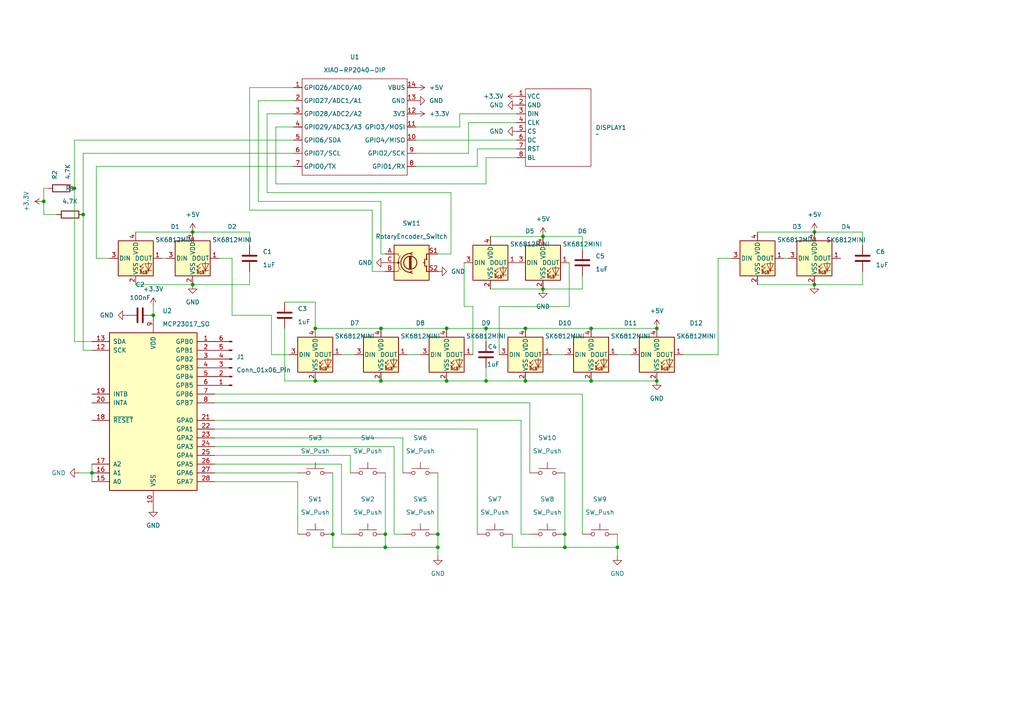
<source format=kicad_sch>
(kicad_sch (version 20231120) (generator "eeschema") (generator_version "8.0")
  (paper "A4")
  (lib_symbols
    (symbol "0.85inch:Waveshare_0.85in_LCD"
      (property "Reference" "DISPLAY" (at -10.16 3.81 0))
      (symbol "Waveshare_0.85in_LCD_0_1"
        (rectangle (start -3.81 5.08) (end 15.1892 27.5844))
      )
      (symbol "Waveshare_0.85in_LCD_1_1"
        (pin power_in line (at -6.35 25.4 0) (length 2.54) (name "VCC") (number "1"))
        (pin power_in line (at -6.35 22.86 0) (length 2.54) (name "GND") (number "2"))
        (pin input line (at -6.35 20.32 0) (length 2.54) (name "DIN") (number "3"))
        (pin input line (at -6.35 17.78 0) (length 2.54) (name "CLK") (number "4"))
        (pin input line (at -6.35 15.24 0) (length 2.54) (name "CS") (number "5"))
        (pin input line (at -6.35 12.7 0) (length 2.54) (name "DC") (number "6"))
        (pin input line (at -6.35 10.16 0) (length 2.54) (name "RST") (number "7"))
        (pin input line (at -6.35 7.62 0) (length 2.54) (name "BL") (number "8"))
      )
    )
    (symbol "Connector:Conn_01x06_Pin" (pin_names (offset 1.016) hide)
      (property "Reference" "J" (at 0 7.62 0))
      (property "Value" "Conn_01x06_Pin" (at 0 -10.16 0))
      (symbol "Conn_01x06_Pin_1_1"
        (polyline (pts (xy 1.27 -7.62) (xy 0.8636 -7.62)) (stroke (width 0.1524)))
        (polyline (pts (xy 1.27 -5.08) (xy 0.8636 -5.08)) (stroke (width 0.1524)))
        (polyline (pts (xy 1.27 -2.54) (xy 0.8636 -2.54)) (stroke (width 0.1524)))
        (polyline (pts (xy 1.27 0) (xy 0.8636 0)) (stroke (width 0.1524)))
        (polyline (pts (xy 1.27 2.54) (xy 0.8636 2.54)) (stroke (width 0.1524)))
        (polyline (pts (xy 1.27 5.08) (xy 0.8636 5.08)) (stroke (width 0.1524)))
        (rectangle (start 0.8636 -7.493) (end 0 -7.747) (stroke (width 0.1524)) (fill (type outline)))
        (rectangle (start 0.8636 -4.953) (end 0 -5.207) (stroke (width 0.1524)) (fill (type outline)))
        (rectangle (start 0.8636 -2.413) (end 0 -2.667) (stroke (width 0.1524)) (fill (type outline)))
        (rectangle (start 0.8636 0.127) (end 0 -0.127) (stroke (width 0.1524)) (fill (type outline)))
        (rectangle (start 0.8636 2.667) (end 0 2.413) (stroke (width 0.1524)) (fill (type outline)))
        (rectangle (start 0.8636 5.207) (end 0 4.953) (stroke (width 0.1524)) (fill (type outline)))
        (pin passive line (at 5.08 5.08 180) (length 3.81) (name "Pin_1") (number "1"))
        (pin passive line (at 5.08 2.54 180) (length 3.81) (name "Pin_2") (number "2"))
        (pin passive line (at 5.08 0 180) (length 3.81) (name "Pin_3") (number "3"))
        (pin passive line (at 5.08 -2.54 180) (length 3.81) (name "Pin_4") (number "4"))
        (pin passive line (at 5.08 -5.08 180) (length 3.81) (name "Pin_5") (number "5"))
        (pin passive line (at 5.08 -7.62 180) (length 3.81) (name "Pin_6") (number "6"))
      )
    )
    (symbol "Device:C" (pin_numbers hide) (pin_names (offset 0.254))
      (property "Reference" "C" (at 0.635 2.54 0))
      (property "Value" "C" (at 0.635 -2.54 0))
      (symbol "C_0_1"
        (polyline (pts (xy -2.032 -0.762) (xy 2.032 -0.762)) (stroke (width 0.508)))
        (polyline (pts (xy -2.032 0.762) (xy 2.032 0.762)) (stroke (width 0.508)))
      )
      (symbol "C_1_1"
        (pin passive line (at 0 3.81 270) (length 2.794) (name "~") (number "1"))
        (pin passive line (at 0 -3.81 90) (length 2.794) (name "~") (number "2"))
      )
    )
    (symbol "Device:R" (pin_numbers hide) (pin_names (offset 0))
      (property "Reference" "R" (at 2.032 0 90))
      (property "Value" "R" (at 0 0 90))
      (symbol "R_0_1"
        (rectangle (start -1.016 -2.54) (end 1.016 2.54) (stroke (width 0.254)))
      )
      (symbol "R_1_1"
        (pin passive line (at 0 3.81 270) (length 1.27) (name "~") (number "1"))
        (pin passive line (at 0 -3.81 90) (length 1.27) (name "~") (number "2"))
      )
    )
    (symbol "Device:RotaryEncoder_Switch" (pin_names (offset 0.254) hide)
      (property "Reference" "SW" (at 0 6.604 0))
      (property "Value" "RotaryEncoder_Switch" (at 0 -6.604 0))
      (symbol "RotaryEncoder_Switch_0_1"
        (rectangle (start -5.08 5.08) (end 5.08 -5.08) (stroke (width 0.254)) (fill (type background)))
        (circle (center -3.81 0) (radius 0.254) (fill (type outline)))
        (circle (center -0.381 0) (radius 1.905) (stroke (width 0.254)))
        (arc (start -0.381 2.667) (mid -3.0988 -0.0635) (end -0.381 -2.794) (stroke (width 0.254)))
        (polyline (pts (xy -0.635 -1.778) (xy -0.635 1.778)) (stroke (width 0.254)))
        (polyline (pts (xy -0.381 -1.778) (xy -0.381 1.778)) (stroke (width 0.254)))
        (polyline (pts (xy -0.127 1.778) (xy -0.127 -1.778)) (stroke (width 0.254)))
        (polyline (pts (xy 3.81 0) (xy 3.429 0)) (stroke (width 0.254)))
        (polyline (pts (xy 3.81 1.016) (xy 3.81 -1.016)) (stroke (width 0.254)))
        (polyline (pts (xy -5.08 -2.54) (xy -3.81 -2.54) (xy -3.81 -2.032)))
        (polyline (pts (xy -5.08 2.54) (xy -3.81 2.54) (xy -3.81 2.032)))
        (polyline (pts (xy 0.254 -3.048) (xy -0.508 -2.794) (xy 0.127 -2.413)) (stroke (width 0.254)))
        (polyline (pts (xy 0.254 2.921) (xy -0.508 2.667) (xy 0.127 2.286)) (stroke (width 0.254)))
        (polyline (pts (xy 5.08 -2.54) (xy 4.318 -2.54) (xy 4.318 -1.016)) (stroke (width 0.254)))
        (polyline (pts (xy 5.08 2.54) (xy 4.318 2.54) (xy 4.318 1.016)) (stroke (width 0.254)))
        (polyline (pts (xy -5.08 0) (xy -3.81 0) (xy -3.81 -1.016) (xy -3.302 -2.032)))
        (polyline (pts (xy -4.318 0) (xy -3.81 0) (xy -3.81 1.016) (xy -3.302 2.032)))
        (circle (center 4.318 -1.016) (radius 0.127) (stroke (width 0.254)))
        (circle (center 4.318 1.016) (radius 0.127) (stroke (width 0.254)))
      )
      (symbol "RotaryEncoder_Switch_1_1"
        (pin passive line (at -7.62 2.54 0) (length 2.54) (name "A") (number "A"))
        (pin passive line (at -7.62 -2.54 0) (length 2.54) (name "B") (number "B"))
        (pin passive line (at -7.62 0 0) (length 2.54) (name "C") (number "C"))
        (pin passive line (at 7.62 2.54 180) (length 2.54) (name "S1") (number "S1"))
        (pin passive line (at 7.62 -2.54 180) (length 2.54) (name "S2") (number "S2"))
      )
    )
    (symbol "Interface_Expansion:MCP23017_SO" (pin_names (offset 1.016))
      (property "Reference" "U" (at -11.43 24.13 0))
      (property "Value" "MCP23017_SO" (at 0 0 0))
      (symbol "MCP23017_SO_0_1"
        (rectangle (start -12.7 22.86) (end 12.7 -22.86) (stroke (width 0.254)) (fill (type background)))
      )
      (symbol "MCP23017_SO_1_1"
        (pin bidirectional line (at 17.78 20.32 180) (length 5.08) (name "GPB0") (number "1"))
        (pin power_in line (at 0 -27.94 90) (length 5.08) (name "VSS") (number "10"))
        (pin no_connect line (at -12.7 15.24 0) (length 5.08) hide (name "NC") (number "11"))
        (pin input line (at -17.78 17.78 0) (length 5.08) (name "SCK") (number "12"))
        (pin bidirectional line (at -17.78 20.32 0) (length 5.08) (name "SDA") (number "13"))
        (pin no_connect line (at -12.7 12.7 0) (length 5.08) hide (name "NC") (number "14"))
        (pin input line (at -17.78 -20.32 0) (length 5.08) (name "A0") (number "15"))
        (pin input line (at -17.78 -17.78 0) (length 5.08) (name "A1") (number "16"))
        (pin input line (at -17.78 -15.24 0) (length 5.08) (name "A2") (number "17"))
        (pin input line (at -17.78 -2.54 0) (length 5.08) (name "~{RESET}") (number "18"))
        (pin tri_state line (at -17.78 5.08 0) (length 5.08) (name "INTB") (number "19"))
        (pin bidirectional line (at 17.78 17.78 180) (length 5.08) (name "GPB1") (number "2"))
        (pin tri_state line (at -17.78 2.54 0) (length 5.08) (name "INTA") (number "20"))
        (pin bidirectional line (at 17.78 -2.54 180) (length 5.08) (name "GPA0") (number "21"))
        (pin bidirectional line (at 17.78 -5.08 180) (length 5.08) (name "GPA1") (number "22"))
        (pin bidirectional line (at 17.78 -7.62 180) (length 5.08) (name "GPA2") (number "23"))
        (pin bidirectional line (at 17.78 -10.16 180) (length 5.08) (name "GPA3") (number "24"))
        (pin bidirectional line (at 17.78 -12.7 180) (length 5.08) (name "GPA4") (number "25"))
        (pin bidirectional line (at 17.78 -15.24 180) (length 5.08) (name "GPA5") (number "26"))
        (pin bidirectional line (at 17.78 -17.78 180) (length 5.08) (name "GPA6") (number "27"))
        (pin output line (at 17.78 -20.32 180) (length 5.08) (name "GPA7") (number "28"))
        (pin bidirectional line (at 17.78 15.24 180) (length 5.08) (name "GPB2") (number "3"))
        (pin bidirectional line (at 17.78 12.7 180) (length 5.08) (name "GPB3") (number "4"))
        (pin bidirectional line (at 17.78 10.16 180) (length 5.08) (name "GPB4") (number "5"))
        (pin bidirectional line (at 17.78 7.62 180) (length 5.08) (name "GPB5") (number "6"))
        (pin bidirectional line (at 17.78 5.08 180) (length 5.08) (name "GPB6") (number "7"))
        (pin output line (at 17.78 2.54 180) (length 5.08) (name "GPB7") (number "8"))
        (pin power_in line (at 0 27.94 270) (length 5.08) (name "VDD") (number "9"))
      )
    )
    (symbol "LED:SK6812MINI" (pin_names (offset 0.254))
      (property "Reference" "D" (at 5.08 5.715 0))
      (property "Value" "SK6812MINI" (at 1.27 -5.715 0))
      (symbol "SK6812MINI_0_0"
        (text "RGB" (at 2.286 -4.191 0) (effects (font (size 0.762 0.762))))
      )
      (symbol "SK6812MINI_0_1"
        (polyline (pts (xy 1.27 -3.556) (xy 1.778 -3.556)))
        (polyline (pts (xy 1.27 -2.54) (xy 1.778 -2.54)))
        (polyline (pts (xy 4.699 -3.556) (xy 2.667 -3.556)))
        (polyline (pts (xy 2.286 -2.54) (xy 1.27 -3.556) (xy 1.27 -3.048)))
        (polyline (pts (xy 2.286 -1.524) (xy 1.27 -2.54) (xy 1.27 -2.032)))
        (polyline (pts (xy 3.683 -1.016) (xy 3.683 -3.556) (xy 3.683 -4.064)))
        (polyline (pts (xy 4.699 -1.524) (xy 2.667 -1.524) (xy 3.683 -3.556) (xy 4.699 -1.524)))
        (rectangle (start 5.08 5.08) (end -5.08 -5.08) (stroke (width 0.254)) (fill (type background)))
      )
      (symbol "SK6812MINI_1_1"
        (pin output line (at 7.62 0 180) (length 2.54) (name "DOUT") (number "1"))
        (pin power_in line (at 0 -7.62 90) (length 2.54) (name "VSS") (number "2"))
        (pin input line (at -7.62 0 0) (length 2.54) (name "DIN") (number "3"))
        (pin power_in line (at 0 7.62 270) (length 2.54) (name "VDD") (number "4"))
      )
    )
    (symbol "OPL:XIAO-RP2040-DIP"
      (property "Reference" "U" (at 0 0 0))
      (property "Value" "XIAO-RP2040-DIP" (at 5.334 -1.778 0))
      (symbol "XIAO-RP2040-DIP_1_0"
        (polyline (pts (xy -1.27 -30.48) (xy -1.27 -16.51)) (stroke (width 0.1524)))
        (polyline (pts (xy -1.27 -27.94) (xy -2.54 -27.94)) (stroke (width 0.1524)))
        (polyline (pts (xy -1.27 -24.13) (xy -2.54 -24.13)) (stroke (width 0.1524)))
        (polyline (pts (xy -1.27 -20.32) (xy -2.54 -20.32)) (stroke (width 0.1524)))
        (polyline (pts (xy -1.27 -16.51) (xy -2.54 -16.51)) (stroke (width 0.1524)))
        (polyline (pts (xy -1.27 -16.51) (xy -1.27 -12.7)) (stroke (width 0.1524)))
        (polyline (pts (xy -1.27 -12.7) (xy -2.54 -12.7)) (stroke (width 0.1524)))
        (polyline (pts (xy -1.27 -12.7) (xy -1.27 -8.89)) (stroke (width 0.1524)))
        (polyline (pts (xy -1.27 -8.89) (xy -2.54 -8.89)) (stroke (width 0.1524)))
        (polyline (pts (xy -1.27 -8.89) (xy -1.27 -5.08)) (stroke (width 0.1524)))
        (polyline (pts (xy -1.27 -5.08) (xy -2.54 -5.08)) (stroke (width 0.1524)))
        (polyline (pts (xy -1.27 -5.08) (xy -1.27 -2.54)) (stroke (width 0.1524)))
        (polyline (pts (xy -1.27 -2.54) (xy 29.21 -2.54)) (stroke (width 0.1524)))
        (polyline (pts (xy 29.21 -30.48) (xy -1.27 -30.48)) (stroke (width 0.1524)))
        (polyline (pts (xy 29.21 -12.7) (xy 29.21 -30.48)) (stroke (width 0.1524)))
        (polyline (pts (xy 29.21 -8.89) (xy 29.21 -12.7)) (stroke (width 0.1524)))
        (polyline (pts (xy 29.21 -5.08) (xy 29.21 -8.89)) (stroke (width 0.1524)))
        (polyline (pts (xy 29.21 -2.54) (xy 29.21 -5.08)) (stroke (width 0.1524)))
        (polyline (pts (xy 30.48 -27.94) (xy 29.21 -27.94)) (stroke (width 0.1524)))
        (polyline (pts (xy 30.48 -24.13) (xy 29.21 -24.13)) (stroke (width 0.1524)))
        (polyline (pts (xy 30.48 -20.32) (xy 29.21 -20.32)) (stroke (width 0.1524)))
        (polyline (pts (xy 30.48 -16.51) (xy 29.21 -16.51)) (stroke (width 0.1524)))
        (polyline (pts (xy 30.48 -12.7) (xy 29.21 -12.7)) (stroke (width 0.1524)))
        (polyline (pts (xy 30.48 -8.89) (xy 29.21 -8.89)) (stroke (width 0.1524)))
        (polyline (pts (xy 30.48 -5.08) (xy 29.21 -5.08)) (stroke (width 0.1524)))
        (pin passive line (at -3.81 -5.08 0) (length 2.54) (name "GPIO26/ADC0/A0") (number "1"))
        (pin passive line (at 31.75 -20.32 180) (length 2.54) (name "GPIO4/MISO") (number "10"))
        (pin passive line (at 31.75 -16.51 180) (length 2.54) (name "GPIO3/MOSI") (number "11"))
        (pin passive line (at 31.75 -12.7 180) (length 2.54) (name "3V3") (number "12"))
        (pin passive line (at 31.75 -8.89 180) (length 2.54) (name "GND") (number "13"))
        (pin passive line (at 31.75 -5.08 180) (length 2.54) (name "VBUS") (number "14"))
        (pin passive line (at -3.81 -8.89 0) (length 2.54) (name "GPIO27/ADC1/A1") (number "2"))
        (pin passive line (at -3.81 -12.7 0) (length 2.54) (name "GPIO28/ADC2/A2") (number "3"))
        (pin passive line (at -3.81 -16.51 0) (length 2.54) (name "GPIO29/ADC3/A3") (number "4"))
        (pin passive line (at -3.81 -20.32 0) (length 2.54) (name "GPIO6/SDA") (number "5"))
        (pin passive line (at -3.81 -24.13 0) (length 2.54) (name "GPIO7/SCL") (number "6"))
        (pin passive line (at -3.81 -27.94 0) (length 2.54) (name "GPIO0/TX") (number "7"))
        (pin passive line (at 31.75 -27.94 180) (length 2.54) (name "GPIO1/RX") (number "8"))
        (pin passive line (at 31.75 -24.13 180) (length 2.54) (name "GPIO2/SCK") (number "9"))
      )
    )
    (symbol "Switch:SW_Push" (pin_numbers hide) (pin_names (offset 1.016) hide)
      (property "Reference" "SW" (at 1.27 2.54 0))
      (property "Value" "SW_Push" (at 0 -1.524 0))
      (symbol "SW_Push_0_1"
        (circle (center -2.032 0) (radius 0.508))
        (polyline (pts (xy 0 1.27) (xy 0 3.048)))
        (polyline (pts (xy 2.54 1.27) (xy -2.54 1.27)))
        (circle (center 2.032 0) (radius 0.508))
        (pin passive line (at -5.08 0 0) (length 2.54) (name "1") (number "1"))
        (pin passive line (at 5.08 0 180) (length 2.54) (name "2") (number "2"))
      )
    )
    (symbol "power:+3.3V" (power) (pin_numbers hide) (pin_names (offset 0) hide)
      (property "Value" "+3.3V" (at 0 3.556 0))
      (symbol "+3.3V_0_1"
        (polyline (pts (xy -0.762 1.27) (xy 0 2.54)))
        (polyline (pts (xy 0 0) (xy 0 2.54)))
        (polyline (pts (xy 0 2.54) (xy 0.762 1.27)))
      )
      (symbol "+3.3V_1_1"
        (pin power_in line (at 0 0 90) (length 0) (name "~") (number "1"))
      )
    )
    (symbol "power:+5V" (power) (pin_numbers hide) (pin_names (offset 0) hide)
      (property "Value" "+5V" (at 0 3.556 0))
      (symbol "+5V_0_1"
        (polyline (pts (xy -0.762 1.27) (xy 0 2.54)))
        (polyline (pts (xy 0 0) (xy 0 2.54)))
        (polyline (pts (xy 0 2.54) (xy 0.762 1.27)))
      )
      (symbol "+5V_1_1"
        (pin power_in line (at 0 0 90) (length 0) (name "~") (number "1"))
      )
    )
    (symbol "power:GND" (power) (pin_numbers hide) (pin_names (offset 0) hide)
      (property "Value" "GND" (at 0 -3.81 0))
      (symbol "GND_0_1"
        (polyline (pts (xy 0 0) (xy 0 -1.27) (xy 1.27 -1.27) (xy 0 -2.54) (xy -1.27 -1.27) (xy 0 -1.27)))
      )
      (symbol "GND_1_1"
        (pin power_in line (at 0 0 270) (length 0) (name "~") (number "1"))
      )
    )
  )
  (junction (at 110.49 110.49))
  (junction (at 111.76 158.75))
  (junction (at 55.88 82.55))
  (junction (at 24.13 62.23))
  (junction (at 236.22 82.55))
  (junction (at 12.7 58.42))
  (junction (at 157.48 83.82))
  (junction (at 152.4 110.49))
  (junction (at 163.83 154.94))
  (junction (at 140.97 110.49))
  (junction (at 26.67 137.16))
  (junction (at 44.45 91.44))
  (junction (at 236.22 67.31))
  (junction (at 171.45 110.49))
  (junction (at 190.5 110.49))
  (junction (at 127 158.75))
  (junction (at 129.54 110.49))
  (junction (at 111.76 154.94))
  (junction (at 96.52 154.94))
  (junction (at 163.83 158.75))
  (junction (at 171.45 95.25))
  (junction (at 190.5 95.25))
  (junction (at 110.49 95.25))
  (junction (at 179.07 158.75))
  (junction (at 157.48 68.58))
  (junction (at 21.59 54.61))
  (junction (at 127 154.94))
  (junction (at 129.54 95.25))
  (junction (at 91.44 95.25))
  (junction (at 55.88 67.31))
  (junction (at 140.97 95.25))
  (junction (at 152.4 95.25))
  (junction (at 91.44 110.49))
  (wire (pts (xy 179.07 102.87) (xy 182.88 102.87)))
  (wire (pts (xy 114.3 129.54) (xy 62.23 129.54)))
  (wire (pts (xy 165.1 88.9) (xy 144.78 88.9)))
  (wire (pts (xy 236.22 67.31) (xy 250.19 67.31)))
  (wire (pts (xy 46.99 74.93) (xy 48.26 74.93)))
  (wire (pts (xy 99.06 134.62) (xy 99.06 154.94)))
  (wire (pts (xy 96.52 137.16) (xy 96.52 154.94)))
  (wire (pts (xy 152.4 110.49) (xy 171.45 110.49)))
  (wire (pts (xy 55.88 67.31) (xy 72.39 67.31)))
  (wire (pts (xy 96.52 154.94) (xy 96.52 158.75)))
  (wire (pts (xy 91.44 95.25) (xy 110.49 95.25)))
  (wire (pts (xy 111.76 158.75) (xy 127 158.75)))
  (wire (pts (xy 138.43 43.18) (xy 138.43 48.26)))
  (wire (pts (xy 27.94 74.93) (xy 31.75 74.93)))
  (wire (pts (xy 110.49 95.25) (xy 129.54 95.25)))
  (wire (pts (xy 130.81 73.66) (xy 127 73.66)))
  (wire (pts (xy 133.35 33.02) (xy 149.86 33.02)))
  (wire (pts (xy 72.39 82.55) (xy 72.39 78.74)))
  (wire (pts (xy 168.91 80.01) (xy 168.91 83.82)))
  (wire (pts (xy 62.23 127) (xy 116.84 127)))
  (wire (pts (xy 74.93 29.21) (xy 85.09 29.21)))
  (wire (pts (xy 135.89 35.56) (xy 149.86 35.56)))
  (wire (pts (xy 12.7 58.42) (xy 12.7 62.23)))
  (wire (pts (xy 137.16 102.87) (xy 137.16 88.9)))
  (wire (pts (xy 179.07 154.94) (xy 179.07 158.75)))
  (wire (pts (xy 135.89 44.45) (xy 135.89 35.56)))
  (wire (pts (xy 127 137.16) (xy 127 154.94)))
  (wire (pts (xy 163.83 137.16) (xy 163.83 154.94)))
  (wire (pts (xy 227.33 74.93) (xy 228.6 74.93)))
  (wire (pts (xy 63.5 74.93) (xy 67.31 74.93)))
  (wire (pts (xy 179.07 158.75) (xy 179.07 161.29)))
  (wire (pts (xy 250.19 82.55) (xy 250.19 78.74)))
  (wire (pts (xy 62.23 139.7) (xy 86.36 139.7)))
  (wire (pts (xy 151.13 121.92) (xy 62.23 121.92)))
  (wire (pts (xy 78.74 91.44) (xy 78.74 102.87)))
  (wire (pts (xy 12.7 62.23) (xy 16.51 62.23)))
  (wire (pts (xy 24.13 44.45) (xy 24.13 62.23)))
  (wire (pts (xy 26.67 137.16) (xy 26.67 139.7)))
  (wire (pts (xy 129.54 110.49) (xy 140.97 110.49)))
  (wire (pts (xy 129.54 95.25) (xy 140.97 95.25)))
  (wire (pts (xy 138.43 124.46) (xy 62.23 124.46)))
  (wire (pts (xy 133.35 33.02) (xy 133.35 36.83)))
  (wire (pts (xy 157.48 68.58) (xy 168.91 68.58)))
  (wire (pts (xy 153.67 154.94) (xy 151.13 154.94)))
  (wire (pts (xy 82.55 95.25) (xy 82.55 110.49)))
  (wire (pts (xy 39.37 82.55) (xy 55.88 82.55)))
  (wire (pts (xy 80.01 53.34) (xy 80.01 36.83)))
  (wire (pts (xy 160.02 102.87) (xy 163.83 102.87)))
  (wire (pts (xy 138.43 43.18) (xy 149.86 43.18)))
  (wire (pts (xy 91.44 110.49) (xy 110.49 110.49)))
  (wire (pts (xy 148.59 158.75) (xy 163.83 158.75)))
  (wire (pts (xy 77.47 33.02) (xy 77.47 55.88)))
  (wire (pts (xy 171.45 95.25) (xy 190.5 95.25)))
  (wire (pts (xy 77.47 33.02) (xy 85.09 33.02)))
  (wire (pts (xy 24.13 44.45) (xy 85.09 44.45)))
  (wire (pts (xy 127 158.75) (xy 127 161.29)))
  (wire (pts (xy 21.59 40.64) (xy 85.09 40.64)))
  (wire (pts (xy 165.1 76.2) (xy 165.1 88.9)))
  (wire (pts (xy 144.78 88.9) (xy 144.78 102.87)))
  (wire (pts (xy 78.74 102.87) (xy 83.82 102.87)))
  (wire (pts (xy 134.62 88.9) (xy 134.62 76.2)))
  (wire (pts (xy 140.97 106.68) (xy 140.97 110.49)))
  (wire (pts (xy 74.93 58.42) (xy 74.93 29.21)))
  (wire (pts (xy 140.97 95.25) (xy 140.97 99.06)))
  (wire (pts (xy 101.6 137.16) (xy 101.6 132.08)))
  (wire (pts (xy 138.43 48.26) (xy 120.65 48.26)))
  (wire (pts (xy 171.45 110.49) (xy 190.5 110.49)))
  (wire (pts (xy 96.52 158.75) (xy 111.76 158.75)))
  (wire (pts (xy 168.91 68.58) (xy 168.91 72.39)))
  (wire (pts (xy 168.91 83.82) (xy 157.48 83.82)))
  (wire (pts (xy 111.76 154.94) (xy 111.76 158.75)))
  (wire (pts (xy 142.24 83.82) (xy 157.48 83.82)))
  (wire (pts (xy 99.06 102.87) (xy 102.87 102.87)))
  (wire (pts (xy 148.59 154.94) (xy 148.59 158.75)))
  (wire (pts (xy 110.49 58.42) (xy 110.49 73.66)))
  (wire (pts (xy 153.67 116.84) (xy 62.23 116.84)))
  (wire (pts (xy 24.13 101.6) (xy 26.67 101.6)))
  (wire (pts (xy 27.94 48.26) (xy 85.09 48.26)))
  (wire (pts (xy 163.83 154.94) (xy 163.83 158.75)))
  (wire (pts (xy 107.95 60.96) (xy 107.95 78.74)))
  (wire (pts (xy 107.95 78.74) (xy 111.76 78.74)))
  (wire (pts (xy 152.4 95.25) (xy 171.45 95.25)))
  (wire (pts (xy 127 154.94) (xy 127 158.75)))
  (wire (pts (xy 72.39 60.96) (xy 107.95 60.96)))
  (wire (pts (xy 116.84 154.94) (xy 114.3 154.94)))
  (wire (pts (xy 101.6 132.08) (xy 62.23 132.08)))
  (wire (pts (xy 140.97 110.49) (xy 152.4 110.49)))
  (wire (pts (xy 208.28 102.87) (xy 208.28 74.93)))
  (wire (pts (xy 86.36 154.94) (xy 86.36 139.7)))
  (wire (pts (xy 91.44 87.63) (xy 91.44 95.25)))
  (wire (pts (xy 142.24 68.58) (xy 157.48 68.58)))
  (wire (pts (xy 21.59 99.06) (xy 26.67 99.06)))
  (wire (pts (xy 151.13 154.94) (xy 151.13 121.92)))
  (wire (pts (xy 39.37 67.31) (xy 55.88 67.31)))
  (wire (pts (xy 72.39 25.4) (xy 85.09 25.4)))
  (wire (pts (xy 168.91 154.94) (xy 168.91 114.3)))
  (wire (pts (xy 74.93 58.42) (xy 110.49 58.42)))
  (wire (pts (xy 111.76 137.16) (xy 111.76 154.94)))
  (wire (pts (xy 120.65 44.45) (xy 135.89 44.45)))
  (wire (pts (xy 114.3 154.94) (xy 114.3 129.54)))
  (wire (pts (xy 21.59 54.61) (xy 21.59 99.06)))
  (wire (pts (xy 82.55 110.49) (xy 91.44 110.49)))
  (wire (pts (xy 118.11 102.87) (xy 121.92 102.87)))
  (wire (pts (xy 130.81 55.88) (xy 77.47 55.88)))
  (wire (pts (xy 22.86 137.16) (xy 26.67 137.16)))
  (wire (pts (xy 80.01 36.83) (xy 85.09 36.83)))
  (wire (pts (xy 120.65 40.64) (xy 149.86 40.64)))
  (wire (pts (xy 208.28 102.87) (xy 198.12 102.87)))
  (wire (pts (xy 62.23 134.62) (xy 99.06 134.62)))
  (wire (pts (xy 91.44 87.63) (xy 82.55 87.63)))
  (wire (pts (xy 24.13 62.23) (xy 24.13 101.6)))
  (wire (pts (xy 140.97 95.25) (xy 152.4 95.25)))
  (wire (pts (xy 236.22 82.55) (xy 250.19 82.55)))
  (wire (pts (xy 67.31 74.93) (xy 67.31 91.44)))
  (wire (pts (xy 168.91 114.3) (xy 62.23 114.3)))
  (wire (pts (xy 12.7 54.61) (xy 13.97 54.61)))
  (wire (pts (xy 27.94 74.93) (xy 27.94 48.26)))
  (wire (pts (xy 116.84 137.16) (xy 116.84 127)))
  (wire (pts (xy 55.88 82.55) (xy 72.39 82.55)))
  (wire (pts (xy 72.39 67.31) (xy 72.39 71.12)))
  (wire (pts (xy 219.71 67.31) (xy 236.22 67.31)))
  (wire (pts (xy 26.67 134.62) (xy 26.67 137.16)))
  (wire (pts (xy 130.81 73.66) (xy 130.81 55.88)))
  (wire (pts (xy 138.43 154.94) (xy 138.43 124.46)))
  (wire (pts (xy 80.01 53.34) (xy 140.97 53.34)))
  (wire (pts (xy 110.49 73.66) (xy 111.76 73.66)))
  (wire (pts (xy 153.67 137.16) (xy 153.67 116.84)))
  (wire (pts (xy 110.49 110.49) (xy 129.54 110.49)))
  (wire (pts (xy 21.59 40.64) (xy 21.59 54.61)))
  (wire (pts (xy 140.97 45.72) (xy 149.86 45.72)))
  (wire (pts (xy 62.23 137.16) (xy 86.36 137.16)))
  (wire (pts (xy 208.28 74.93) (xy 212.09 74.93)))
  (wire (pts (xy 163.83 158.75) (xy 179.07 158.75)))
  (wire (pts (xy 12.7 54.61) (xy 12.7 58.42)))
  (wire (pts (xy 67.31 91.44) (xy 78.74 91.44)))
  (wire (pts (xy 133.35 36.83) (xy 120.65 36.83)))
  (wire (pts (xy 44.45 88.9) (xy 44.45 91.44)))
  (wire (pts (xy 219.71 82.55) (xy 236.22 82.55)))
  (wire (pts (xy 72.39 60.96) (xy 72.39 25.4)))
  (wire (pts (xy 137.16 88.9) (xy 134.62 88.9)))
  (wire (pts (xy 140.97 53.34) (xy 140.97 45.72)))
  (wire (pts (xy 250.19 67.31) (xy 250.19 71.12)))
  (wire (pts (xy 99.06 154.94) (xy 101.6 154.94)))
  (symbol (lib_id "Device:RotaryEncoder_Switch") (at 119.38 76.2 0) (unit 1)
    (property "Reference" "SW11" (at 119.38 64.77 0))
    (property "Value" "RotaryEncoder_Switch" (at 119.38 68.58 0))
    (property "Footprint" "Rotary_Encoder:RotaryEncoder_Alps_EC11E-Switch_Vertical_H20mm_CircularMountingHoles" (effects (hide yes)))
    (property "Description" "Rotary encoder, dual channel, incremental quadrate outputs, with switch" (effects (hide yes)))
  )
  (symbol (lib_id "Connector:Conn_01x06_Pin") (at 67.31 106.68 180) (unit 1)
    (property "Reference" "J1" (at 68.58 103.505 0) (effects (justify right)))
    (property "Value" "Conn_01x06_Pin" (at 68.58 107.315 0) (effects (justify right)))
    (property "Footprint" "Connector_PinSocket_2.54mm:PinSocket_1x06_P2.54mm_Vertical" (effects (hide yes)))
    (property "Description" "Generic connector, single row, 01x06, script generated" (effects (hide yes)))
  )
  (symbol (lib_id "power:+3.3V") (at 12.7 58.42 90) (unit 1)
    (property "Reference" "#PWR014" (effects (hide yes)))
    (property "Value" "+3.3V" (at 7.62 58.42 0))
    (property "Description" "Power symbol creates a global label with name \"+3.3V\"" (effects (hide yes)))
  )
  (symbol (lib_id "LED:SK6812MINI") (at 129.54 102.87 0) (unit 1)
    (property "Reference" "D9" (at 140.97 93.6931 0))
    (property "Value" "SK6812MINI" (at 140.97 97.5031 0))
    (property "Footprint" "LED_SMD:LED_SK6812MINI_PLCC4_3.5x3.5mm_P1.75mm" (effects (hide yes)))
    (property "Datasheet" "https://cdn-shop.adafruit.com/product-files/2686/SK6812MINI_REV.01-1-2.pdf" (effects (hide yes)))
    (property "Description" "RGB LED with integrated controller" (effects (hide yes)))
  )
  (symbol (lib_id "power:+5V") (at 157.48 68.58 0) (unit 1)
    (property "Reference" "#PWR09" (effects (hide yes)))
    (property "Value" "+5V" (at 157.48 63.5 0))
    (property "Description" "Power symbol creates a global label with name \"+5V\"" (effects (hide yes)))
  )
  (symbol (lib_id "Switch:SW_Push") (at 91.44 137.16 0) (unit 1)
    (property "Reference" "SW3" (at 91.44 127 0))
    (property "Value" "SW_Push" (at 91.44 130.81 0))
    (property "Footprint" "Button_Switch_Keyboard:SW_Cherry_MX_1.00u_PCB" (effects (hide yes)))
    (property "Description" "Push button switch, generic, two pins" (effects (hide yes)))
  )
  (symbol (lib_id "OPL:XIAO-RP2040-DIP") (at 88.9 20.32 0) (unit 1)
    (property "Reference" "U1" (at 102.87 16.51 0))
    (property "Value" "XIAO-RP2040-DIP" (at 102.87 20.32 0))
    (property "Footprint" "OPL:XIAO-RP2040-DIP" (effects (hide yes)))
  )
  (symbol (lib_id "power:GND") (at 120.65 29.21 90) (unit 1)
    (property "Reference" "#PWR03" (effects (hide yes)))
    (property "Value" "GND" (at 124.46 29.21 90) (effects (justify right)))
    (property "Description" "Power symbol creates a global label with name \"GND\" , ground" (effects (hide yes)))
  )
  (symbol (lib_id "power:GND") (at 36.83 91.44 270) (unit 1)
    (property "Reference" "#PWR04" (effects (hide yes)))
    (property "Value" "GND" (at 33.02 91.44 90) (effects (justify right)))
    (property "Description" "Power symbol creates a global label with name \"GND\" , ground" (effects (hide yes)))
  )
  (symbol (lib_id "0.85inch:Waveshare_0.85in_LCD") (at 156.21 53.34 0) (unit 1)
    (property "Reference" "DISPLAY1" (at 172.72 37.0078 0) (effects (justify left)))
    (property "Value" "~" (at 172.72 38.9128 0) (effects (justify left)))
    (property "Footprint" "Connector_PinHeader_2.54mm:PinHeader_1x08_P2.54mm_Vertical" (effects (hide yes)))
  )
  (symbol (lib_id "power:+5V") (at 120.65 25.4 270) (unit 1)
    (property "Reference" "#PWR02" (effects (hide yes)))
    (property "Value" "+5V" (at 124.46 25.4 90) (effects (justify left)))
    (property "Description" "Power symbol creates a global label with name \"+5V\"" (effects (hide yes)))
  )
  (symbol (lib_id "LED:SK6812MINI") (at 91.44 102.87 0) (unit 1)
    (property "Reference" "D7" (at 102.87 93.6931 0))
    (property "Value" "SK6812MINI" (at 102.87 97.5031 0))
    (property "Footprint" "LED_SMD:LED_SK6812MINI_PLCC4_3.5x3.5mm_P1.75mm" (effects (hide yes)))
    (property "Datasheet" "https://cdn-shop.adafruit.com/product-files/2686/SK6812MINI_REV.01-1-2.pdf" (effects (hide yes)))
    (property "Description" "RGB LED with integrated controller" (effects (hide yes)))
  )
  (symbol (lib_id "Device:R") (at 20.32 62.23 90) (unit 1)
    (property "Reference" "R1" (at 20.32 54.61 90))
    (property "Value" "4.7K" (at 20.32 58.42 90))
    (property "Footprint" "Resistor_SMD:R_0603_1608Metric_Pad0.98x0.95mm_HandSolder" (effects (hide yes)))
    (property "Description" "Resistor" (effects (hide yes)))
  )
  (symbol (lib_id "power:GND") (at 190.5 110.49 0) (unit 1)
    (property "Reference" "#PWR018" (effects (hide yes)))
    (property "Value" "GND" (at 190.5 115.57 0))
    (property "Description" "Power symbol creates a global label with name \"GND\" , ground" (effects (hide yes)))
  )
  (symbol (lib_id "LED:SK6812MINI") (at 236.22 74.93 0) (unit 1)
    (property "Reference" "D4" (at 245.364 65.786 0))
    (property "Value" "SK6812MINI" (at 245.364 69.596 0))
    (property "Footprint" "LED_SMD:LED_SK6812MINI_PLCC4_3.5x3.5mm_P1.75mm" (effects (hide yes)))
    (property "Datasheet" "https://cdn-shop.adafruit.com/product-files/2686/SK6812MINI_REV.01-1-2.pdf" (effects (hide yes)))
    (property "Description" "RGB LED with integrated controller" (effects (hide yes)))
  )
  (symbol (lib_id "Switch:SW_Push") (at 158.75 137.16 0) (unit 1)
    (property "Reference" "SW10" (at 158.75 127 0))
    (property "Value" "SW_Push" (at 158.75 130.81 0))
    (property "Footprint" "Button_Switch_Keyboard:SW_Cherry_MX_1.00u_PCB" (effects (hide yes)))
    (property "Description" "Push button switch, generic, two pins" (effects (hide yes)))
  )
  (symbol (lib_id "power:GND") (at 127 161.29 0) (unit 1)
    (property "Reference" "#PWR07" (effects (hide yes)))
    (property "Value" "GND" (at 127 166.37 0))
    (property "Description" "Power symbol creates a global label with name \"GND\" , ground" (effects (hide yes)))
  )
  (symbol (lib_id "Device:C") (at 72.39 74.93 0) (unit 1)
    (property "Reference" "C1" (at 76.2 73.025 0) (effects (justify left)))
    (property "Value" "1uF" (at 76.2 76.835 0) (effects (justify left)))
    (property "Footprint" "Capacitor_SMD:C_0603_1608Metric_Pad1.08x0.95mm_HandSolder" (effects (hide yes)))
    (property "Description" "Unpolarized capacitor" (effects (hide yes)))
  )
  (symbol (lib_id "power:+5V") (at 236.22 67.31 0) (unit 1)
    (property "Reference" "#PWR021" (effects (hide yes)))
    (property "Value" "+5V" (at 236.22 62.23 0))
    (property "Description" "Power symbol creates a global label with name \"+5V\"" (effects (hide yes)))
  )
  (symbol (lib_id "Switch:SW_Push") (at 143.51 154.94 0) (unit 1)
    (property "Reference" "SW7" (at 143.51 144.78 0))
    (property "Value" "SW_Push" (at 143.51 148.59 0))
    (property "Footprint" "Button_Switch_Keyboard:SW_Cherry_MX_1.00u_PCB" (effects (hide yes)))
    (property "Description" "Push button switch, generic, two pins" (effects (hide yes)))
  )
  (symbol (lib_id "power:GND") (at 111.76 76.2 270) (unit 1)
    (property "Reference" "#PWR011" (effects (hide yes)))
    (property "Value" "GND" (at 107.95 76.2 90) (effects (justify right)))
    (property "Description" "Power symbol creates a global label with name \"GND\" , ground" (effects (hide yes)))
  )
  (symbol (lib_id "power:+3.3V") (at 149.86 27.94 90) (unit 1)
    (property "Reference" "#PWR010" (effects (hide yes)))
    (property "Value" "+3.3V" (at 146.05 27.94 90) (effects (justify left)))
    (property "Description" "Power symbol creates a global label with name \"+3.3V\"" (effects (hide yes)))
  )
  (symbol (lib_id "power:+5V") (at 55.88 67.31 0) (unit 1)
    (property "Reference" "#PWR020" (effects (hide yes)))
    (property "Value" "+5V" (at 55.88 62.23 0))
    (property "Description" "Power symbol creates a global label with name \"+5V\"" (effects (hide yes)))
  )
  (symbol (lib_id "Device:C") (at 250.19 74.93 0) (unit 1)
    (property "Reference" "C6" (at 254 73.025 0) (effects (justify left)))
    (property "Value" "1uF" (at 254 76.835 0) (effects (justify left)))
    (property "Footprint" "Capacitor_SMD:C_0603_1608Metric_Pad1.08x0.95mm_HandSolder" (effects (hide yes)))
    (property "Description" "Unpolarized capacitor" (effects (hide yes)))
  )
  (symbol (lib_id "power:GND") (at 157.48 83.82 0) (unit 1)
    (property "Reference" "#PWR08" (effects (hide yes)))
    (property "Value" "GND" (at 157.48 88.9 0))
    (property "Description" "Power symbol creates a global label with name \"GND\" , ground" (effects (hide yes)))
  )
  (symbol (lib_id "power:+5V") (at 190.5 95.25 0) (unit 1)
    (property "Reference" "#PWR031" (effects (hide yes)))
    (property "Value" "+5V" (at 190.5 90.17 0))
    (property "Description" "Power symbol creates a global label with name \"+5V\"" (effects (hide yes)))
  )
  (symbol (lib_id "Switch:SW_Push") (at 173.99 154.94 0) (unit 1)
    (property "Reference" "SW9" (at 173.99 144.78 0))
    (property "Value" "SW_Push" (at 173.99 148.59 0))
    (property "Footprint" "Button_Switch_Keyboard:SW_Cherry_MX_1.00u_PCB" (effects (hide yes)))
    (property "Description" "Push button switch, generic, two pins" (effects (hide yes)))
  )
  (symbol (lib_id "Device:C") (at 140.97 102.87 0) (unit 1)
    (property "Reference" "C4" (at 141.478 100.584 0) (effects (justify left)))
    (property "Value" "1uF" (at 141.224 105.664 0) (effects (justify left)))
    (property "Footprint" "Capacitor_SMD:C_0603_1608Metric_Pad1.08x0.95mm_HandSolder" (effects (hide yes)))
    (property "Description" "Unpolarized capacitor" (effects (hide yes)))
  )
  (symbol (lib_id "Device:C") (at 168.91 76.2 0) (unit 1)
    (property "Reference" "C5" (at 172.72 74.295 0) (effects (justify left)))
    (property "Value" "1uF" (at 172.72 78.105 0) (effects (justify left)))
    (property "Footprint" "Capacitor_SMD:C_0603_1608Metric_Pad1.08x0.95mm_HandSolder" (effects (hide yes)))
    (property "Description" "Unpolarized capacitor" (effects (hide yes)))
  )
  (symbol (lib_id "Switch:SW_Push") (at 121.92 137.16 0) (unit 1)
    (property "Reference" "SW6" (at 121.92 127 0))
    (property "Value" "SW_Push" (at 121.92 130.81 0))
    (property "Footprint" "Button_Switch_Keyboard:SW_Cherry_MX_1.00u_PCB" (effects (hide yes)))
    (property "Description" "Push button switch, generic, two pins" (effects (hide yes)))
  )
  (symbol (lib_id "power:GND") (at 44.45 147.32 0) (unit 1)
    (property "Reference" "#PWR012" (effects (hide yes)))
    (property "Value" "GND" (at 44.45 152.4 0))
    (property "Description" "Power symbol creates a global label with name \"GND\" , ground" (effects (hide yes)))
  )
  (symbol (lib_id "LED:SK6812MINI") (at 171.45 102.87 0) (unit 1)
    (property "Reference" "D11" (at 182.88 93.6931 0))
    (property "Value" "SK6812MINI" (at 182.88 97.5031 0))
    (property "Footprint" "LED_SMD:LED_SK6812MINI_PLCC4_3.5x3.5mm_P1.75mm" (effects (hide yes)))
    (property "Datasheet" "https://cdn-shop.adafruit.com/product-files/2686/SK6812MINI_REV.01-1-2.pdf" (effects (hide yes)))
    (property "Description" "RGB LED with integrated controller" (effects (hide yes)))
  )
  (symbol (lib_id "LED:SK6812MINI") (at 157.48 76.2 0) (unit 1)
    (property "Reference" "D6" (at 168.91 67.0231 0))
    (property "Value" "SK6812MINI" (at 168.91 70.8331 0))
    (property "Footprint" "LED_SMD:LED_SK6812MINI_PLCC4_3.5x3.5mm_P1.75mm" (effects (hide yes)))
    (property "Datasheet" "https://cdn-shop.adafruit.com/product-files/2686/SK6812MINI_REV.01-1-2.pdf" (effects (hide yes)))
    (property "Description" "RGB LED with integrated controller" (effects (hide yes)))
  )
  (symbol (lib_id "Switch:SW_Push") (at 91.44 154.94 0) (unit 1)
    (property "Reference" "SW1" (at 91.44 144.78 0))
    (property "Value" "SW_Push" (at 91.44 148.59 0))
    (property "Footprint" "Button_Switch_Keyboard:SW_Cherry_MX_1.00u_PCB" (effects (hide yes)))
    (property "Description" "Push button switch, generic, two pins" (effects (hide yes)))
  )
  (symbol (lib_id "Switch:SW_Push") (at 158.75 154.94 0) (unit 1)
    (property "Reference" "SW8" (at 158.75 144.78 0))
    (property "Value" "SW_Push" (at 158.75 148.59 0))
    (property "Footprint" "Button_Switch_Keyboard:SW_Cherry_MX_1.00u_PCB" (effects (hide yes)))
    (property "Description" "Push button switch, generic, two pins" (effects (hide yes)))
  )
  (symbol (lib_id "power:GND") (at 179.07 161.29 0) (unit 1)
    (property "Reference" "#PWR017" (effects (hide yes)))
    (property "Value" "GND" (at 179.07 166.37 0))
    (property "Description" "Power symbol creates a global label with name \"GND\" , ground" (effects (hide yes)))
  )
  (symbol (lib_id "LED:SK6812MINI") (at 142.24 76.2 0) (unit 1)
    (property "Reference" "D5" (at 153.67 67.0231 0))
    (property "Value" "SK6812MINI" (at 153.67 70.8331 0))
    (property "Footprint" "LED_SMD:LED_SK6812MINI_PLCC4_3.5x3.5mm_P1.75mm" (effects (hide yes)))
    (property "Datasheet" "https://cdn-shop.adafruit.com/product-files/2686/SK6812MINI_REV.01-1-2.pdf" (effects (hide yes)))
    (property "Description" "RGB LED with integrated controller" (effects (hide yes)))
  )
  (symbol (lib_id "power:GND") (at 236.22 82.55 0) (unit 1)
    (property "Reference" "#PWR022" (effects (hide yes)))
    (property "Value" "GND" (effects (hide yes)))
    (property "Description" "Power symbol creates a global label with name \"GND\" , ground" (effects (hide yes)))
  )
  (symbol (lib_id "Switch:SW_Push") (at 106.68 137.16 0) (unit 1)
    (property "Reference" "SW4" (at 106.68 127 0))
    (property "Value" "SW_Push" (at 106.68 130.81 0))
    (property "Footprint" "Button_Switch_Keyboard:SW_Cherry_MX_1.00u_PCB" (effects (hide yes)))
    (property "Description" "Push button switch, generic, two pins" (effects (hide yes)))
  )
  (symbol (lib_id "power:GND") (at 22.86 137.16 270) (unit 1)
    (property "Reference" "#PWR015" (effects (hide yes)))
    (property "Value" "GND" (at 19.05 137.16 90) (effects (justify right)))
    (property "Description" "Power symbol creates a global label with name \"GND\" , ground" (effects (hide yes)))
  )
  (symbol (lib_id "LED:SK6812MINI") (at 152.4 102.87 0) (unit 1)
    (property "Reference" "D10" (at 163.83 93.6931 0))
    (property "Value" "SK6812MINI" (at 163.83 97.5031 0))
    (property "Footprint" "LED_SMD:LED_SK6812MINI_PLCC4_3.5x3.5mm_P1.75mm" (effects (hide yes)))
    (property "Datasheet" "https://cdn-shop.adafruit.com/product-files/2686/SK6812MINI_REV.01-1-2.pdf" (effects (hide yes)))
    (property "Description" "RGB LED with integrated controller" (effects (hide yes)))
  )
  (symbol (lib_id "LED:SK6812MINI") (at 39.37 74.93 0) (unit 1)
    (property "Reference" "D1" (at 50.8 65.7531 0))
    (property "Value" "SK6812MINI" (at 50.8 69.5631 0))
    (property "Footprint" "LED_SMD:LED_SK6812MINI_PLCC4_3.5x3.5mm_P1.75mm" (effects (hide yes)))
    (property "Datasheet" "https://cdn-shop.adafruit.com/product-files/2686/SK6812MINI_REV.01-1-2.pdf" (effects (hide yes)))
    (property "Description" "RGB LED with integrated controller" (effects (hide yes)))
  )
  (symbol (lib_id "power:GND") (at 149.86 38.1 270) (unit 1)
    (property "Reference" "#PWR05" (effects (hide yes)))
    (property "Value" "GND" (at 146.05 38.1 90) (effects (justify right)))
    (property "Description" "Power symbol creates a global label with name \"GND\" , ground" (effects (hide yes)))
  )
  (symbol (lib_id "Device:R") (at 17.78 54.61 90) (unit 1)
    (property "Reference" "R2" (at 15.875 52.07 0) (effects (justify left)))
    (property "Value" "4.7K" (at 19.685 52.07 0) (effects (justify left)))
    (property "Footprint" "Resistor_SMD:R_0603_1608Metric_Pad0.98x0.95mm_HandSolder" (effects (hide yes)))
    (property "Description" "Resistor" (effects (hide yes)))
  )
  (symbol (lib_id "power:+3.3V") (at 120.65 33.02 270) (unit 1)
    (property "Reference" "#PWR013" (effects (hide yes)))
    (property "Value" "+3.3V" (at 124.46 33.02 90) (effects (justify left)))
    (property "Description" "Power symbol creates a global label with name \"+3.3V\"" (effects (hide yes)))
  )
  (symbol (lib_id "Switch:SW_Push") (at 106.68 154.94 0) (unit 1)
    (property "Reference" "SW2" (at 106.68 144.78 0))
    (property "Value" "SW_Push" (at 106.68 148.59 0))
    (property "Footprint" "Button_Switch_Keyboard:SW_Cherry_MX_1.00u_PCB" (effects (hide yes)))
    (property "Description" "Push button switch, generic, two pins" (effects (hide yes)))
  )
  (symbol (lib_id "power:GND") (at 127 78.74 90) (unit 1)
    (property "Reference" "#PWR06" (effects (hide yes)))
    (property "Value" "GND" (at 130.81 78.74 90) (effects (justify right)))
    (property "Description" "Power symbol creates a global label with name \"GND\" , ground" (effects (hide yes)))
  )
  (symbol (lib_id "LED:SK6812MINI") (at 190.5 102.87 0) (unit 1)
    (property "Reference" "D12" (at 201.93 93.6931 0))
    (property "Value" "SK6812MINI" (at 201.93 97.5031 0))
    (property "Footprint" "LED_SMD:LED_SK6812MINI_PLCC4_3.5x3.5mm_P1.75mm" (effects (hide yes)))
    (property "Datasheet" "https://cdn-shop.adafruit.com/product-files/2686/SK6812MINI_REV.01-1-2.pdf" (effects (hide yes)))
    (property "Description" "RGB LED with integrated controller" (effects (hide yes)))
  )
  (symbol (lib_id "LED:SK6812MINI") (at 110.49 102.87 0) (unit 1)
    (property "Reference" "D8" (at 121.92 93.6931 0))
    (property "Value" "SK6812MINI" (at 121.92 97.5031 0))
    (property "Footprint" "LED_SMD:LED_SK6812MINI_PLCC4_3.5x3.5mm_P1.75mm" (effects (hide yes)))
    (property "Datasheet" "https://cdn-shop.adafruit.com/product-files/2686/SK6812MINI_REV.01-1-2.pdf" (effects (hide yes)))
    (property "Description" "RGB LED with integrated controller" (effects (hide yes)))
  )
  (symbol (lib_id "power:GND") (at 55.88 82.55 0) (unit 1)
    (property "Reference" "#PWR019" (effects (hide yes)))
    (property "Value" "GND" (at 55.88 87.63 0))
    (property "Description" "Power symbol creates a global label with name \"GND\" , ground" (effects (hide yes)))
  )
  (symbol (lib_id "LED:SK6812MINI") (at 55.88 74.93 0) (unit 1)
    (property "Reference" "D2" (at 67.31 65.7531 0))
    (property "Value" "SK6812MINI" (at 67.31 69.5631 0))
    (property "Footprint" "LED_SMD:LED_SK6812MINI_PLCC4_3.5x3.5mm_P1.75mm" (effects (hide yes)))
    (property "Datasheet" "https://cdn-shop.adafruit.com/product-files/2686/SK6812MINI_REV.01-1-2.pdf" (effects (hide yes)))
    (property "Description" "RGB LED with integrated controller" (effects (hide yes)))
  )
  (symbol (lib_id "power:GND") (at 149.86 30.48 270) (unit 1)
    (property "Reference" "#PWR016" (effects (hide yes)))
    (property "Value" "GND" (at 146.05 30.48 90) (effects (justify right)))
    (property "Description" "Power symbol creates a global label with name \"GND\" , ground" (effects (hide yes)))
  )
  (symbol (lib_id "Switch:SW_Push") (at 121.92 154.94 0) (unit 1)
    (property "Reference" "SW5" (at 121.92 144.78 0))
    (property "Value" "SW_Push" (at 121.92 148.59 0))
    (property "Footprint" "Button_Switch_Keyboard:SW_Cherry_MX_1.00u_PCB" (effects (hide yes)))
    (property "Description" "Push button switch, generic, two pins" (effects (hide yes)))
  )
  (symbol (lib_id "power:+3.3V") (at 44.45 88.9 0) (unit 1)
    (property "Reference" "#PWR01" (effects (hide yes)))
    (property "Value" "+3.3V" (at 44.45 83.82 0))
    (property "Description" "Power symbol creates a global label with name \"+3.3V\"" (effects (hide yes)))
  )
  (symbol (lib_id "Device:C") (at 40.64 91.44 90) (unit 1)
    (property "Reference" "C2" (at 40.64 82.55 90))
    (property "Value" "100nF" (at 40.64 86.36 90))
    (property "Footprint" "Capacitor_SMD:C_0603_1608Metric_Pad1.08x0.95mm_HandSolder" (effects (hide yes)))
    (property "Description" "Unpolarized capacitor" (effects (hide yes)))
  )
  (symbol (lib_id "Device:C") (at 82.55 91.44 0) (unit 1)
    (property "Reference" "C3" (at 86.36 89.535 0) (effects (justify left)))
    (property "Value" "1uF" (at 86.36 93.345 0) (effects (justify left)))
    (property "Footprint" "Capacitor_SMD:C_0603_1608Metric_Pad1.08x0.95mm_HandSolder" (effects (hide yes)))
    (property "Description" "Unpolarized capacitor" (effects (hide yes)))
  )
  (symbol (lib_id "LED:SK6812MINI") (at 219.71 74.93 0) (unit 1)
    (property "Reference" "D3" (at 231.14 65.7531 0))
    (property "Value" "SK6812MINI" (at 231.14 69.5631 0))
    (property "Footprint" "LED_SMD:LED_SK6812MINI_PLCC4_3.5x3.5mm_P1.75mm" (effects (hide yes)))
    (property "Datasheet" "https://cdn-shop.adafruit.com/product-files/2686/SK6812MINI_REV.01-1-2.pdf" (effects (hide yes)))
    (property "Description" "RGB LED with integrated controller" (effects (hide yes)))
  )
  (symbol (lib_id "Interface_Expansion:MCP23017_SO") (at 44.45 119.38 0) (unit 1)
    (property "Reference" "U2" (at 47.1208 90.17 0) (effects (justify left)))
    (property "Value" "MCP23017_SO" (at 47.1208 93.98 0) (effects (justify left)))
    (property "Footprint" "Package_SO:SOIC-28W_7.5x17.9mm_P1.27mm" (effects (hide yes)))
    (property "Datasheet" "https://ww1.microchip.com/downloads/aemDocuments/documents/APID/ProductDocuments/DataSheets/MCP23017-Data-Sheet-DS20001952.pdf" (effects (hide yes)))
    (property "Description" "16-bit I/O expander, I2C, interrupts, w pull-ups, GPA/B7 output only (https://microchip.my.site.com/s/article/GPA7---GPB7-Cannot-Be-Used-as-Inputs-In-MCP23017),  SOIC-28" (effects (hide yes)))
  )
)
</source>
